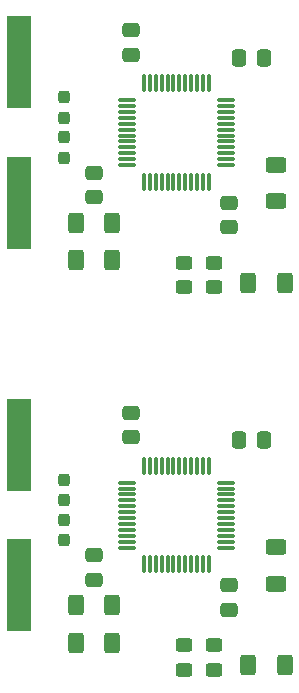
<source format=gtp>
%TF.GenerationSoftware,KiCad,Pcbnew,(6.0.2)*%
%TF.CreationDate,2023-02-28T18:47:33+01:00*%
%TF.ProjectId,st_link_diy_panel,73745f6c-696e-46b5-9f64-69795f70616e,rev?*%
%TF.SameCoordinates,Original*%
%TF.FileFunction,Paste,Top*%
%TF.FilePolarity,Positive*%
%FSLAX46Y46*%
G04 Gerber Fmt 4.6, Leading zero omitted, Abs format (unit mm)*
G04 Created by KiCad (PCBNEW (6.0.2)) date 2023-02-28 18:47:33*
%MOMM*%
%LPD*%
G01*
G04 APERTURE LIST*
G04 Aperture macros list*
%AMRoundRect*
0 Rectangle with rounded corners*
0 $1 Rounding radius*
0 $2 $3 $4 $5 $6 $7 $8 $9 X,Y pos of 4 corners*
0 Add a 4 corners polygon primitive as box body*
4,1,4,$2,$3,$4,$5,$6,$7,$8,$9,$2,$3,0*
0 Add four circle primitives for the rounded corners*
1,1,$1+$1,$2,$3*
1,1,$1+$1,$4,$5*
1,1,$1+$1,$6,$7*
1,1,$1+$1,$8,$9*
0 Add four rect primitives between the rounded corners*
20,1,$1+$1,$2,$3,$4,$5,0*
20,1,$1+$1,$4,$5,$6,$7,0*
20,1,$1+$1,$6,$7,$8,$9,0*
20,1,$1+$1,$8,$9,$2,$3,0*%
G04 Aperture macros list end*
%ADD10RoundRect,0.250000X-0.400000X-0.625000X0.400000X-0.625000X0.400000X0.625000X-0.400000X0.625000X0*%
%ADD11RoundRect,0.237500X0.237500X-0.300000X0.237500X0.300000X-0.237500X0.300000X-0.237500X-0.300000X0*%
%ADD12RoundRect,0.250000X0.450000X-0.325000X0.450000X0.325000X-0.450000X0.325000X-0.450000X-0.325000X0*%
%ADD13RoundRect,0.250000X-0.625000X0.400000X-0.625000X-0.400000X0.625000X-0.400000X0.625000X0.400000X0*%
%ADD14RoundRect,0.250000X0.475000X-0.337500X0.475000X0.337500X-0.475000X0.337500X-0.475000X-0.337500X0*%
%ADD15RoundRect,0.250000X-0.450000X0.325000X-0.450000X-0.325000X0.450000X-0.325000X0.450000X0.325000X0*%
%ADD16RoundRect,0.250000X0.400000X0.625000X-0.400000X0.625000X-0.400000X-0.625000X0.400000X-0.625000X0*%
%ADD17RoundRect,0.250000X-0.475000X0.337500X-0.475000X-0.337500X0.475000X-0.337500X0.475000X0.337500X0*%
%ADD18RoundRect,0.075000X-0.662500X-0.075000X0.662500X-0.075000X0.662500X0.075000X-0.662500X0.075000X0*%
%ADD19RoundRect,0.075000X-0.075000X-0.662500X0.075000X-0.662500X0.075000X0.662500X-0.075000X0.662500X0*%
%ADD20R,2.000000X7.875000*%
%ADD21RoundRect,0.250000X-0.337500X-0.475000X0.337500X-0.475000X0.337500X0.475000X-0.337500X0.475000X0*%
G04 APERTURE END LIST*
D10*
%TO.C,R17*%
X150215000Y-153670000D03*
X153315000Y-153670000D03*
%TD*%
D11*
%TO.C,C4*%
X134620000Y-143102500D03*
X134620000Y-141377500D03*
%TD*%
D12*
%TO.C,D2*%
X147320000Y-154060000D03*
X147320000Y-152010000D03*
%TD*%
D13*
%TO.C,R12*%
X152605000Y-143700000D03*
X152605000Y-146800000D03*
%TD*%
D14*
%TO.C,C8*%
X140335000Y-134387500D03*
X140335000Y-132312500D03*
%TD*%
D15*
%TO.C,D1*%
X144780000Y-152010000D03*
X144780000Y-154060000D03*
%TD*%
D10*
%TO.C,R14*%
X135610000Y-151765000D03*
X138710000Y-151765000D03*
%TD*%
D16*
%TO.C,R15*%
X138710000Y-148590000D03*
X135610000Y-148590000D03*
%TD*%
D17*
%TO.C,C6*%
X137160000Y-144377500D03*
X137160000Y-146452500D03*
%TD*%
D18*
%TO.C,U2*%
X139982500Y-138220000D03*
X139982500Y-138720000D03*
X139982500Y-139220000D03*
X139982500Y-139720000D03*
X139982500Y-140220000D03*
X139982500Y-140720000D03*
X139982500Y-141220000D03*
X139982500Y-141720000D03*
X139982500Y-142220000D03*
X139982500Y-142720000D03*
X139982500Y-143220000D03*
X139982500Y-143720000D03*
D19*
X141395000Y-145132500D03*
X141895000Y-145132500D03*
X142395000Y-145132500D03*
X142895000Y-145132500D03*
X143395000Y-145132500D03*
X143895000Y-145132500D03*
X144395000Y-145132500D03*
X144895000Y-145132500D03*
X145395000Y-145132500D03*
X145895000Y-145132500D03*
X146395000Y-145132500D03*
X146895000Y-145132500D03*
D18*
X148307500Y-143720000D03*
X148307500Y-143220000D03*
X148307500Y-142720000D03*
X148307500Y-142220000D03*
X148307500Y-141720000D03*
X148307500Y-141220000D03*
X148307500Y-140720000D03*
X148307500Y-140220000D03*
X148307500Y-139720000D03*
X148307500Y-139220000D03*
X148307500Y-138720000D03*
X148307500Y-138220000D03*
D19*
X146895000Y-136807500D03*
X146395000Y-136807500D03*
X145895000Y-136807500D03*
X145395000Y-136807500D03*
X144895000Y-136807500D03*
X144395000Y-136807500D03*
X143895000Y-136807500D03*
X143395000Y-136807500D03*
X142895000Y-136807500D03*
X142395000Y-136807500D03*
X141895000Y-136807500D03*
X141395000Y-136807500D03*
%TD*%
D20*
%TO.C,Y1*%
X130810000Y-146907500D03*
X130810000Y-135032500D03*
%TD*%
D17*
%TO.C,C9*%
X148590000Y-146917500D03*
X148590000Y-148992500D03*
%TD*%
D21*
%TO.C,C7*%
X149457500Y-134620000D03*
X151532500Y-134620000D03*
%TD*%
D11*
%TO.C,C3*%
X134620000Y-139700000D03*
X134620000Y-137975000D03*
%TD*%
%TO.C,C3*%
X134620000Y-107315000D03*
X134620000Y-105590000D03*
%TD*%
D20*
%TO.C,Y1*%
X130810000Y-114522500D03*
X130810000Y-102647500D03*
%TD*%
D21*
%TO.C,C7*%
X149457500Y-102235000D03*
X151532500Y-102235000D03*
%TD*%
D17*
%TO.C,C9*%
X148590000Y-114532500D03*
X148590000Y-116607500D03*
%TD*%
D18*
%TO.C,U2*%
X139982500Y-105835000D03*
X139982500Y-106335000D03*
X139982500Y-106835000D03*
X139982500Y-107335000D03*
X139982500Y-107835000D03*
X139982500Y-108335000D03*
X139982500Y-108835000D03*
X139982500Y-109335000D03*
X139982500Y-109835000D03*
X139982500Y-110335000D03*
X139982500Y-110835000D03*
X139982500Y-111335000D03*
D19*
X141395000Y-112747500D03*
X141895000Y-112747500D03*
X142395000Y-112747500D03*
X142895000Y-112747500D03*
X143395000Y-112747500D03*
X143895000Y-112747500D03*
X144395000Y-112747500D03*
X144895000Y-112747500D03*
X145395000Y-112747500D03*
X145895000Y-112747500D03*
X146395000Y-112747500D03*
X146895000Y-112747500D03*
D18*
X148307500Y-111335000D03*
X148307500Y-110835000D03*
X148307500Y-110335000D03*
X148307500Y-109835000D03*
X148307500Y-109335000D03*
X148307500Y-108835000D03*
X148307500Y-108335000D03*
X148307500Y-107835000D03*
X148307500Y-107335000D03*
X148307500Y-106835000D03*
X148307500Y-106335000D03*
X148307500Y-105835000D03*
D19*
X146895000Y-104422500D03*
X146395000Y-104422500D03*
X145895000Y-104422500D03*
X145395000Y-104422500D03*
X144895000Y-104422500D03*
X144395000Y-104422500D03*
X143895000Y-104422500D03*
X143395000Y-104422500D03*
X142895000Y-104422500D03*
X142395000Y-104422500D03*
X141895000Y-104422500D03*
X141395000Y-104422500D03*
%TD*%
D17*
%TO.C,C6*%
X137160000Y-111992500D03*
X137160000Y-114067500D03*
%TD*%
D16*
%TO.C,R15*%
X138710000Y-116205000D03*
X135610000Y-116205000D03*
%TD*%
D10*
%TO.C,R14*%
X135610000Y-119380000D03*
X138710000Y-119380000D03*
%TD*%
D15*
%TO.C,D1*%
X144780000Y-119625000D03*
X144780000Y-121675000D03*
%TD*%
D11*
%TO.C,C4*%
X134620000Y-110717500D03*
X134620000Y-108992500D03*
%TD*%
D14*
%TO.C,C8*%
X140335000Y-102002500D03*
X140335000Y-99927500D03*
%TD*%
D13*
%TO.C,R12*%
X152605000Y-111315000D03*
X152605000Y-114415000D03*
%TD*%
D10*
%TO.C,R17*%
X150215000Y-121285000D03*
X153315000Y-121285000D03*
%TD*%
D12*
%TO.C,D2*%
X147320000Y-121675000D03*
X147320000Y-119625000D03*
%TD*%
M02*

</source>
